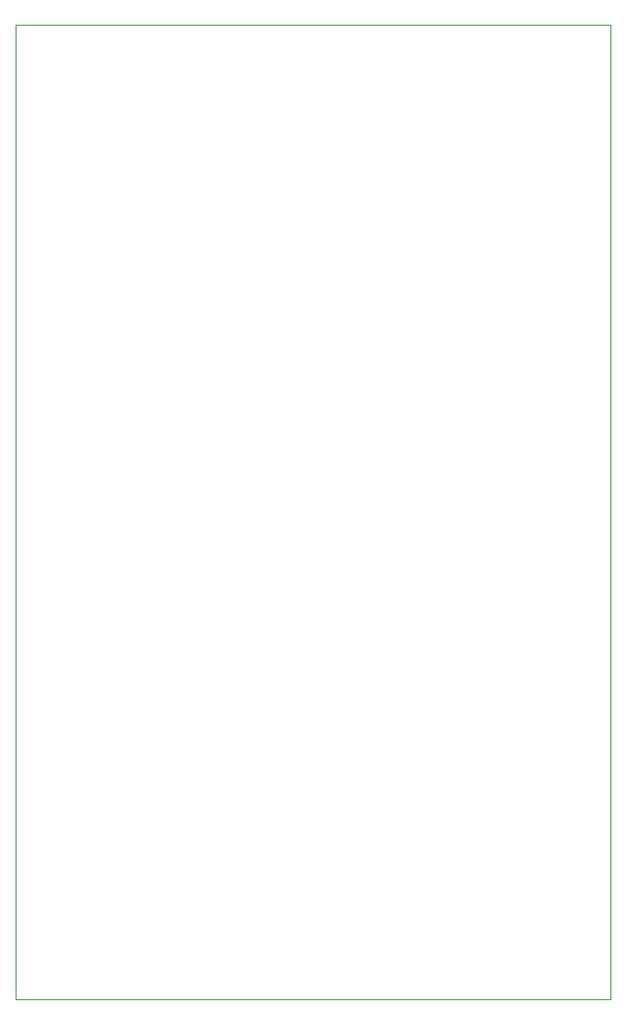
<source format=gbr>
%TF.GenerationSoftware,KiCad,Pcbnew,7.0.1*%
%TF.CreationDate,2023-03-20T12:44:14-07:00*%
%TF.ProjectId,Bluetooth Multimeter,426c7565-746f-46f7-9468-204d756c7469,rev?*%
%TF.SameCoordinates,Original*%
%TF.FileFunction,Profile,NP*%
%FSLAX46Y46*%
G04 Gerber Fmt 4.6, Leading zero omitted, Abs format (unit mm)*
G04 Created by KiCad (PCBNEW 7.0.1) date 2023-03-20 12:44:14*
%MOMM*%
%LPD*%
G01*
G04 APERTURE LIST*
%TA.AperFunction,Profile*%
%ADD10C,0.100000*%
%TD*%
G04 APERTURE END LIST*
D10*
X120318000Y-53388000D02*
X175318000Y-53388000D01*
X175318000Y-143388000D01*
X120318000Y-143388000D01*
X120318000Y-53388000D01*
X120318000Y-53388000D02*
X175318000Y-53388000D01*
X175318000Y-143388000D01*
X120318000Y-143388000D01*
X120318000Y-53388000D01*
M02*

</source>
